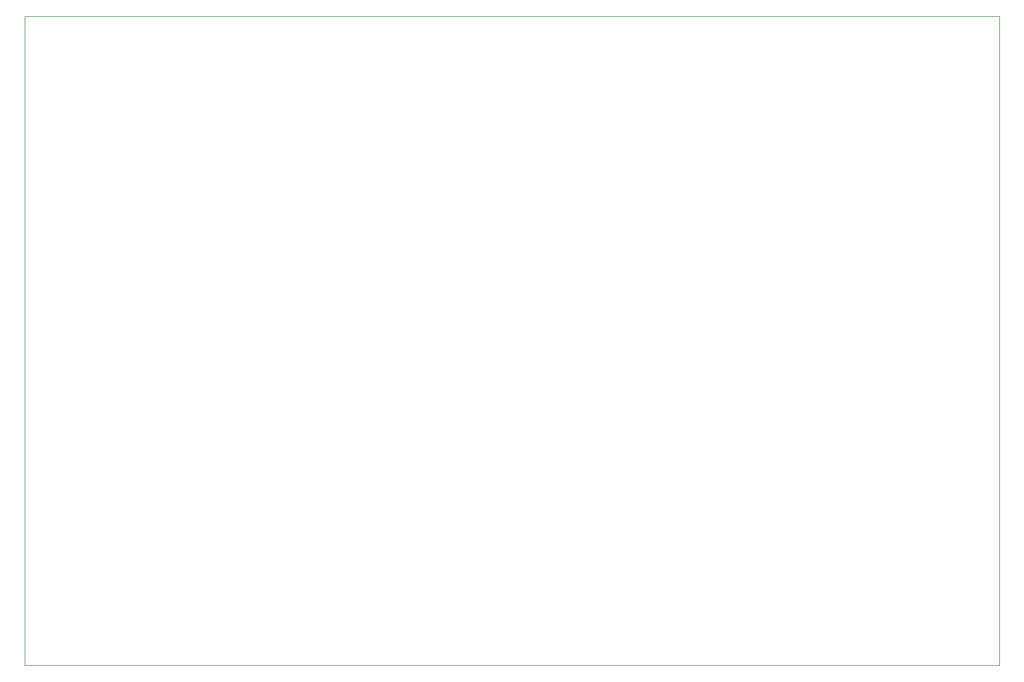
<source format=gbr>
%TF.GenerationSoftware,KiCad,Pcbnew,(6.0.6)*%
%TF.CreationDate,2022-08-01T21:04:17-04:00*%
%TF.ProjectId,calculator_interface,63616c63-756c-4617-946f-725f696e7465,rev?*%
%TF.SameCoordinates,Original*%
%TF.FileFunction,Profile,NP*%
%FSLAX46Y46*%
G04 Gerber Fmt 4.6, Leading zero omitted, Abs format (unit mm)*
G04 Created by KiCad (PCBNEW (6.0.6)) date 2022-08-01 21:04:17*
%MOMM*%
%LPD*%
G01*
G04 APERTURE LIST*
%TA.AperFunction,Profile*%
%ADD10C,0.100000*%
%TD*%
G04 APERTURE END LIST*
D10*
X25400000Y-25400000D02*
X162560000Y-25400000D01*
X162560000Y-25400000D02*
X162560000Y-116840000D01*
X162560000Y-116840000D02*
X25400000Y-116840000D01*
X25400000Y-116840000D02*
X25400000Y-25400000D01*
M02*

</source>
